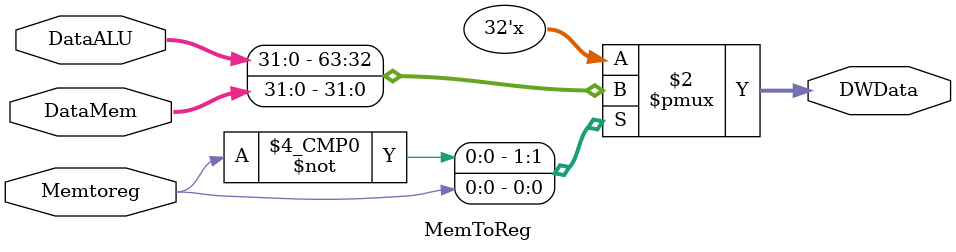
<source format=v>
module MemToReg (
  input Memtoreg,
  input [31:0] DataMem,
  input [31:0] DataALU,
  output reg [31:0] DWData,
);


  always @(*) begin
    case (Memtoreg)
        1'b0: DWData <= DataALU;
        1'b1: DWData <= DataMem;
        default: DWData <= 0;
    endcase
  end

endmodule
</source>
